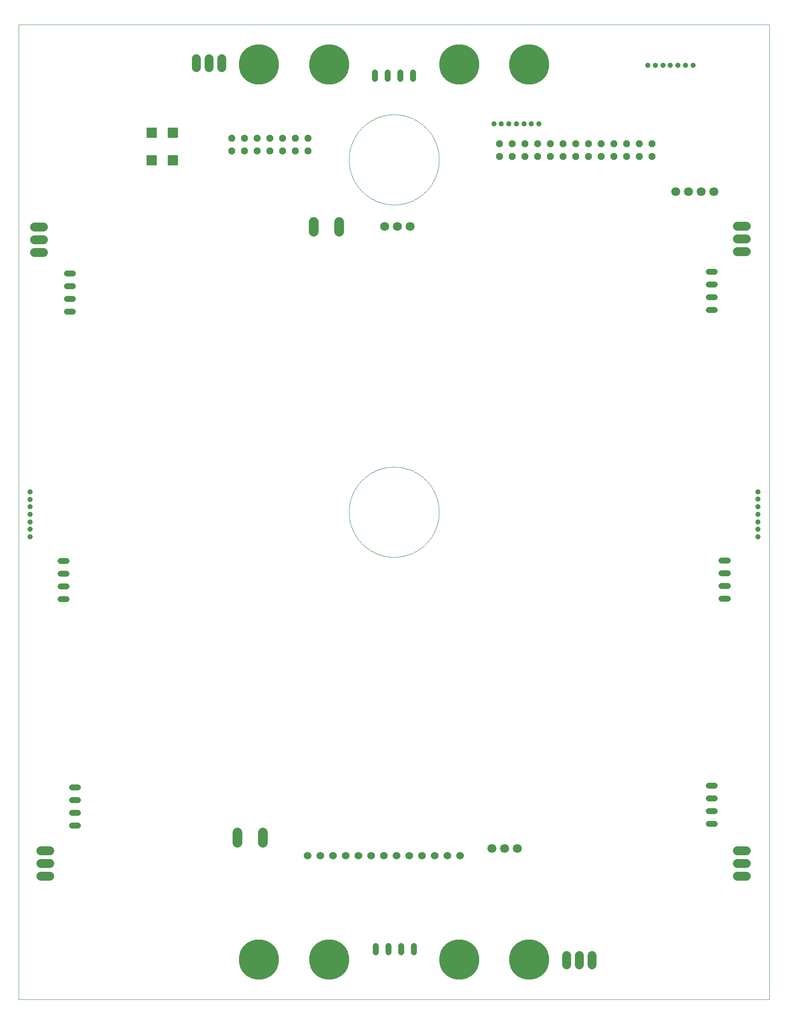
<source format=gbs>
G04 EAGLE Gerber X2 export*
%TF.Part,Single*%
%TF.FileFunction,Other,Solder Mask bottom*%
%TF.FilePolarity,Positive*%
%TF.GenerationSoftware,Autodesk,EAGLE,9.1.1*%
%TF.CreationDate,2018-08-10T14:31:17Z*%
G75*
%MOMM*%
%FSLAX34Y34*%
%LPD*%
%AMOC8*
5,1,8,0,0,1.08239X$1,22.5*%
G01*
%ADD10C,0.001000*%
%ADD11C,1.050000*%
%ADD12C,1.800000*%
%ADD13P,1.484606X8X202.500000*%
%ADD14C,1.800000*%
%ADD15C,1.219200*%
%ADD16R,2.100000X2.100000*%
%ADD17P,1.484606X8X22.500000*%
%ADD18C,1.524000*%
%ADD19C,1.981200*%
%ADD20C,8.000000*%


D10*
X-100000Y0D02*
X1400000Y0D01*
X1400000Y1947239D01*
X-100000Y1947239D01*
X-100000Y0D01*
X560000Y973620D02*
X560027Y975829D01*
X560108Y978036D01*
X560244Y980241D01*
X560433Y982442D01*
X560677Y984637D01*
X560974Y986826D01*
X561325Y989007D01*
X561729Y991178D01*
X562187Y993339D01*
X562697Y995488D01*
X563260Y997624D01*
X563875Y999746D01*
X564542Y1001851D01*
X565261Y1003940D01*
X566031Y1006011D01*
X566851Y1008062D01*
X567721Y1010092D01*
X568641Y1012100D01*
X569610Y1014085D01*
X570627Y1016046D01*
X571692Y1017981D01*
X572804Y1019889D01*
X573963Y1021770D01*
X575168Y1023621D01*
X576417Y1025443D01*
X577711Y1027233D01*
X579049Y1028991D01*
X580429Y1030715D01*
X581851Y1032406D01*
X583314Y1034060D01*
X584818Y1035679D01*
X586360Y1037260D01*
X587941Y1038802D01*
X589560Y1040306D01*
X591214Y1041769D01*
X592905Y1043191D01*
X594629Y1044571D01*
X596387Y1045909D01*
X598177Y1047203D01*
X599999Y1048452D01*
X601850Y1049657D01*
X603731Y1050816D01*
X605639Y1051928D01*
X607574Y1052993D01*
X609535Y1054010D01*
X611520Y1054979D01*
X613528Y1055899D01*
X615558Y1056769D01*
X617609Y1057589D01*
X619680Y1058359D01*
X621769Y1059078D01*
X623874Y1059745D01*
X625996Y1060360D01*
X628132Y1060923D01*
X630281Y1061433D01*
X632442Y1061891D01*
X634613Y1062295D01*
X636794Y1062646D01*
X638983Y1062943D01*
X641178Y1063187D01*
X643379Y1063376D01*
X645584Y1063512D01*
X647791Y1063593D01*
X650000Y1063620D01*
X652209Y1063593D01*
X654416Y1063512D01*
X656621Y1063376D01*
X658822Y1063187D01*
X661017Y1062943D01*
X663206Y1062646D01*
X665387Y1062295D01*
X667558Y1061891D01*
X669719Y1061433D01*
X671868Y1060923D01*
X674004Y1060360D01*
X676126Y1059745D01*
X678231Y1059078D01*
X680320Y1058359D01*
X682391Y1057589D01*
X684442Y1056769D01*
X686472Y1055899D01*
X688480Y1054979D01*
X690465Y1054010D01*
X692426Y1052993D01*
X694361Y1051928D01*
X696269Y1050816D01*
X698150Y1049657D01*
X700001Y1048452D01*
X701823Y1047203D01*
X703613Y1045909D01*
X705371Y1044571D01*
X707095Y1043191D01*
X708786Y1041769D01*
X710440Y1040306D01*
X712059Y1038802D01*
X713640Y1037260D01*
X715182Y1035679D01*
X716686Y1034060D01*
X718149Y1032406D01*
X719571Y1030715D01*
X720951Y1028991D01*
X722289Y1027233D01*
X723583Y1025443D01*
X724832Y1023621D01*
X726037Y1021770D01*
X727196Y1019889D01*
X728308Y1017981D01*
X729373Y1016046D01*
X730390Y1014085D01*
X731359Y1012100D01*
X732279Y1010092D01*
X733149Y1008062D01*
X733969Y1006011D01*
X734739Y1003940D01*
X735458Y1001851D01*
X736125Y999746D01*
X736740Y997624D01*
X737303Y995488D01*
X737813Y993339D01*
X738271Y991178D01*
X738675Y989007D01*
X739026Y986826D01*
X739323Y984637D01*
X739567Y982442D01*
X739756Y980241D01*
X739892Y978036D01*
X739973Y975829D01*
X740000Y973620D01*
X739973Y971411D01*
X739892Y969204D01*
X739756Y966999D01*
X739567Y964798D01*
X739323Y962603D01*
X739026Y960414D01*
X738675Y958233D01*
X738271Y956062D01*
X737813Y953901D01*
X737303Y951752D01*
X736740Y949616D01*
X736125Y947494D01*
X735458Y945389D01*
X734739Y943300D01*
X733969Y941229D01*
X733149Y939178D01*
X732279Y937148D01*
X731359Y935140D01*
X730390Y933155D01*
X729373Y931194D01*
X728308Y929259D01*
X727196Y927351D01*
X726037Y925470D01*
X724832Y923619D01*
X723583Y921797D01*
X722289Y920007D01*
X720951Y918249D01*
X719571Y916525D01*
X718149Y914834D01*
X716686Y913180D01*
X715182Y911561D01*
X713640Y909980D01*
X712059Y908438D01*
X710440Y906934D01*
X708786Y905471D01*
X707095Y904049D01*
X705371Y902669D01*
X703613Y901331D01*
X701823Y900037D01*
X700001Y898788D01*
X698150Y897583D01*
X696269Y896424D01*
X694361Y895312D01*
X692426Y894247D01*
X690465Y893230D01*
X688480Y892261D01*
X686472Y891341D01*
X684442Y890471D01*
X682391Y889651D01*
X680320Y888881D01*
X678231Y888162D01*
X676126Y887495D01*
X674004Y886880D01*
X671868Y886317D01*
X669719Y885807D01*
X667558Y885349D01*
X665387Y884945D01*
X663206Y884594D01*
X661017Y884297D01*
X658822Y884053D01*
X656621Y883864D01*
X654416Y883728D01*
X652209Y883647D01*
X650000Y883620D01*
X647791Y883647D01*
X645584Y883728D01*
X643379Y883864D01*
X641178Y884053D01*
X638983Y884297D01*
X636794Y884594D01*
X634613Y884945D01*
X632442Y885349D01*
X630281Y885807D01*
X628132Y886317D01*
X625996Y886880D01*
X623874Y887495D01*
X621769Y888162D01*
X619680Y888881D01*
X617609Y889651D01*
X615558Y890471D01*
X613528Y891341D01*
X611520Y892261D01*
X609535Y893230D01*
X607574Y894247D01*
X605639Y895312D01*
X603731Y896424D01*
X601850Y897583D01*
X599999Y898788D01*
X598177Y900037D01*
X596387Y901331D01*
X594629Y902669D01*
X592905Y904049D01*
X591214Y905471D01*
X589560Y906934D01*
X587941Y908438D01*
X586360Y909980D01*
X584818Y911561D01*
X583314Y913180D01*
X581851Y914834D01*
X580429Y916525D01*
X579049Y918249D01*
X577711Y920007D01*
X576417Y921797D01*
X575168Y923619D01*
X573963Y925470D01*
X572804Y927351D01*
X571692Y929259D01*
X570627Y931194D01*
X569610Y933155D01*
X568641Y935140D01*
X567721Y937148D01*
X566851Y939178D01*
X566031Y941229D01*
X565261Y943300D01*
X564542Y945389D01*
X563875Y947494D01*
X563260Y949616D01*
X562697Y951752D01*
X562187Y953901D01*
X561729Y956062D01*
X561325Y958233D01*
X560974Y960414D01*
X560677Y962603D01*
X560433Y964798D01*
X560244Y966999D01*
X560108Y969204D01*
X560027Y971411D01*
X560000Y973620D01*
X560000Y1677239D02*
X560027Y1679448D01*
X560108Y1681655D01*
X560244Y1683860D01*
X560433Y1686061D01*
X560677Y1688256D01*
X560974Y1690445D01*
X561325Y1692626D01*
X561729Y1694797D01*
X562187Y1696958D01*
X562697Y1699107D01*
X563260Y1701243D01*
X563875Y1703365D01*
X564542Y1705470D01*
X565261Y1707559D01*
X566031Y1709630D01*
X566851Y1711681D01*
X567721Y1713711D01*
X568641Y1715719D01*
X569610Y1717704D01*
X570627Y1719665D01*
X571692Y1721600D01*
X572804Y1723508D01*
X573963Y1725389D01*
X575168Y1727240D01*
X576417Y1729062D01*
X577711Y1730852D01*
X579049Y1732610D01*
X580429Y1734334D01*
X581851Y1736025D01*
X583314Y1737679D01*
X584818Y1739298D01*
X586360Y1740879D01*
X587941Y1742421D01*
X589560Y1743925D01*
X591214Y1745388D01*
X592905Y1746810D01*
X594629Y1748190D01*
X596387Y1749528D01*
X598177Y1750822D01*
X599999Y1752071D01*
X601850Y1753276D01*
X603731Y1754435D01*
X605639Y1755547D01*
X607574Y1756612D01*
X609535Y1757629D01*
X611520Y1758598D01*
X613528Y1759518D01*
X615558Y1760388D01*
X617609Y1761208D01*
X619680Y1761978D01*
X621769Y1762697D01*
X623874Y1763364D01*
X625996Y1763979D01*
X628132Y1764542D01*
X630281Y1765052D01*
X632442Y1765510D01*
X634613Y1765914D01*
X636794Y1766265D01*
X638983Y1766562D01*
X641178Y1766806D01*
X643379Y1766995D01*
X645584Y1767131D01*
X647791Y1767212D01*
X650000Y1767239D01*
X652209Y1767212D01*
X654416Y1767131D01*
X656621Y1766995D01*
X658822Y1766806D01*
X661017Y1766562D01*
X663206Y1766265D01*
X665387Y1765914D01*
X667558Y1765510D01*
X669719Y1765052D01*
X671868Y1764542D01*
X674004Y1763979D01*
X676126Y1763364D01*
X678231Y1762697D01*
X680320Y1761978D01*
X682391Y1761208D01*
X684442Y1760388D01*
X686472Y1759518D01*
X688480Y1758598D01*
X690465Y1757629D01*
X692426Y1756612D01*
X694361Y1755547D01*
X696269Y1754435D01*
X698150Y1753276D01*
X700001Y1752071D01*
X701823Y1750822D01*
X703613Y1749528D01*
X705371Y1748190D01*
X707095Y1746810D01*
X708786Y1745388D01*
X710440Y1743925D01*
X712059Y1742421D01*
X713640Y1740879D01*
X715182Y1739298D01*
X716686Y1737679D01*
X718149Y1736025D01*
X719571Y1734334D01*
X720951Y1732610D01*
X722289Y1730852D01*
X723583Y1729062D01*
X724832Y1727240D01*
X726037Y1725389D01*
X727196Y1723508D01*
X728308Y1721600D01*
X729373Y1719665D01*
X730390Y1717704D01*
X731359Y1715719D01*
X732279Y1713711D01*
X733149Y1711681D01*
X733969Y1709630D01*
X734739Y1707559D01*
X735458Y1705470D01*
X736125Y1703365D01*
X736740Y1701243D01*
X737303Y1699107D01*
X737813Y1696958D01*
X738271Y1694797D01*
X738675Y1692626D01*
X739026Y1690445D01*
X739323Y1688256D01*
X739567Y1686061D01*
X739756Y1683860D01*
X739892Y1681655D01*
X739973Y1679448D01*
X740000Y1677239D01*
X739973Y1675030D01*
X739892Y1672823D01*
X739756Y1670618D01*
X739567Y1668417D01*
X739323Y1666222D01*
X739026Y1664033D01*
X738675Y1661852D01*
X738271Y1659681D01*
X737813Y1657520D01*
X737303Y1655371D01*
X736740Y1653235D01*
X736125Y1651113D01*
X735458Y1649008D01*
X734739Y1646919D01*
X733969Y1644848D01*
X733149Y1642797D01*
X732279Y1640767D01*
X731359Y1638759D01*
X730390Y1636774D01*
X729373Y1634813D01*
X728308Y1632878D01*
X727196Y1630970D01*
X726037Y1629089D01*
X724832Y1627238D01*
X723583Y1625416D01*
X722289Y1623626D01*
X720951Y1621868D01*
X719571Y1620144D01*
X718149Y1618453D01*
X716686Y1616799D01*
X715182Y1615180D01*
X713640Y1613599D01*
X712059Y1612057D01*
X710440Y1610553D01*
X708786Y1609090D01*
X707095Y1607668D01*
X705371Y1606288D01*
X703613Y1604950D01*
X701823Y1603656D01*
X700001Y1602407D01*
X698150Y1601202D01*
X696269Y1600043D01*
X694361Y1598931D01*
X692426Y1597866D01*
X690465Y1596849D01*
X688480Y1595880D01*
X686472Y1594960D01*
X684442Y1594090D01*
X682391Y1593270D01*
X680320Y1592500D01*
X678231Y1591781D01*
X676126Y1591114D01*
X674004Y1590499D01*
X671868Y1589936D01*
X669719Y1589426D01*
X667558Y1588968D01*
X665387Y1588564D01*
X663206Y1588213D01*
X661017Y1587916D01*
X658822Y1587672D01*
X656621Y1587483D01*
X654416Y1587347D01*
X652209Y1587266D01*
X650000Y1587239D01*
X647791Y1587266D01*
X645584Y1587347D01*
X643379Y1587483D01*
X641178Y1587672D01*
X638983Y1587916D01*
X636794Y1588213D01*
X634613Y1588564D01*
X632442Y1588968D01*
X630281Y1589426D01*
X628132Y1589936D01*
X625996Y1590499D01*
X623874Y1591114D01*
X621769Y1591781D01*
X619680Y1592500D01*
X617609Y1593270D01*
X615558Y1594090D01*
X613528Y1594960D01*
X611520Y1595880D01*
X609535Y1596849D01*
X607574Y1597866D01*
X605639Y1598931D01*
X603731Y1600043D01*
X601850Y1601202D01*
X599999Y1602407D01*
X598177Y1603656D01*
X596387Y1604950D01*
X594629Y1606288D01*
X592905Y1607668D01*
X591214Y1609090D01*
X589560Y1610553D01*
X587941Y1612057D01*
X586360Y1613599D01*
X584818Y1615180D01*
X583314Y1616799D01*
X581851Y1618453D01*
X580429Y1620144D01*
X579049Y1621868D01*
X577711Y1623626D01*
X576417Y1625416D01*
X575168Y1627238D01*
X573963Y1629089D01*
X572804Y1630970D01*
X571692Y1632878D01*
X570627Y1634813D01*
X569610Y1636774D01*
X568641Y1638759D01*
X567721Y1640767D01*
X566851Y1642797D01*
X566031Y1644848D01*
X565261Y1646919D01*
X564542Y1649008D01*
X563875Y1651113D01*
X563260Y1653235D01*
X562697Y1655371D01*
X562187Y1657520D01*
X561729Y1659681D01*
X561325Y1661852D01*
X560974Y1664033D01*
X560677Y1666222D01*
X560433Y1668417D01*
X560244Y1670618D01*
X560108Y1672823D01*
X560027Y1675030D01*
X560000Y1677239D01*
D11*
X849433Y1748547D03*
X864433Y1748547D03*
X879433Y1748547D03*
X894433Y1748547D03*
X909433Y1748547D03*
X924433Y1748547D03*
X939433Y1748547D03*
D12*
X1288721Y1613136D03*
X1263321Y1613136D03*
X1237921Y1613136D03*
X1212521Y1613136D03*
D13*
X1165800Y1709200D03*
X1165800Y1683800D03*
X1140400Y1709200D03*
X1140400Y1683800D03*
X1115000Y1709200D03*
X1115000Y1683800D03*
X1089600Y1709200D03*
X1089600Y1683800D03*
X1064200Y1709200D03*
X1064200Y1683800D03*
X1038800Y1709200D03*
X1038800Y1683800D03*
X1013400Y1709200D03*
X1013400Y1683800D03*
X988000Y1709200D03*
X988000Y1683800D03*
X962600Y1709200D03*
X962600Y1683800D03*
X937200Y1709200D03*
X937200Y1683800D03*
X911800Y1709200D03*
X911800Y1683800D03*
X886400Y1709200D03*
X886400Y1683800D03*
X861000Y1709200D03*
X861000Y1683800D03*
D11*
X-77700Y1014000D03*
X-77700Y999000D03*
X-77700Y984000D03*
X-77700Y969000D03*
X-77700Y954000D03*
X-77700Y939000D03*
X-77700Y924000D03*
X1157300Y1865800D03*
X1172300Y1865800D03*
X1187300Y1865800D03*
X1202300Y1865800D03*
X1217300Y1865800D03*
X1232300Y1865800D03*
X1247300Y1865800D03*
X1377200Y924100D03*
X1377200Y939100D03*
X1377200Y954100D03*
X1377200Y969100D03*
X1377200Y984100D03*
X1377200Y999100D03*
X1377200Y1014100D03*
D14*
X-38500Y247200D02*
X-56500Y247200D01*
X-56500Y272600D02*
X-38500Y272600D01*
X-38500Y298000D02*
X-56500Y298000D01*
X-50927Y1491940D02*
X-68927Y1491940D01*
X-68927Y1517340D02*
X-50927Y1517340D01*
X-50927Y1542740D02*
X-68927Y1542740D01*
X254300Y1861000D02*
X254300Y1879000D01*
X279700Y1879000D02*
X279700Y1861000D01*
X305100Y1861000D02*
X305100Y1879000D01*
X1335500Y1544500D02*
X1353500Y1544500D01*
X1353500Y1519100D02*
X1335500Y1519100D01*
X1335500Y1493700D02*
X1353500Y1493700D01*
X1353500Y298000D02*
X1335500Y298000D01*
X1335500Y272600D02*
X1353500Y272600D01*
X1353500Y247200D02*
X1335500Y247200D01*
X1045400Y88210D02*
X1045400Y70210D01*
X1020000Y70210D02*
X1020000Y88210D01*
X994600Y88210D02*
X994600Y70210D01*
D12*
X631050Y1543500D03*
X656450Y1543500D03*
X681850Y1543500D03*
X895900Y301500D03*
X870500Y301500D03*
X845100Y301500D03*
D15*
X-4204Y799300D02*
X-16396Y799300D01*
X-16396Y824700D02*
X-4204Y824700D01*
X-4204Y850100D02*
X-16396Y850100D01*
X-16396Y875500D02*
X-4204Y875500D01*
X1304704Y876500D02*
X1316896Y876500D01*
X1316896Y851100D02*
X1304704Y851100D01*
X1304704Y825700D02*
X1316896Y825700D01*
X1316896Y800300D02*
X1304704Y800300D01*
X18296Y347700D02*
X6104Y347700D01*
X6104Y373100D02*
X18296Y373100D01*
X18296Y398500D02*
X6104Y398500D01*
X6104Y423900D02*
X18296Y423900D01*
X8296Y1373400D02*
X-3896Y1373400D01*
X-3896Y1398800D02*
X8296Y1398800D01*
X8296Y1424200D02*
X-3896Y1424200D01*
X-3896Y1449600D02*
X8296Y1449600D01*
X611400Y1838704D02*
X611400Y1850896D01*
X636800Y1850896D02*
X636800Y1838704D01*
X662200Y1838704D02*
X662200Y1850896D01*
X687600Y1850896D02*
X687600Y1838704D01*
X1278704Y1452900D02*
X1290896Y1452900D01*
X1290896Y1427500D02*
X1278704Y1427500D01*
X1278704Y1402100D02*
X1290896Y1402100D01*
X1290896Y1376700D02*
X1278704Y1376700D01*
X1278704Y427200D02*
X1290896Y427200D01*
X1290896Y401800D02*
X1278704Y401800D01*
X1278704Y376400D02*
X1290896Y376400D01*
X1290896Y351000D02*
X1278704Y351000D01*
X690000Y106796D02*
X690000Y94604D01*
X664600Y94604D02*
X664600Y106796D01*
X639200Y106796D02*
X639200Y94604D01*
X613800Y94604D02*
X613800Y106796D01*
D16*
X207550Y1675950D03*
X165550Y1675950D03*
X165550Y1730950D03*
X207550Y1730950D03*
D17*
X325300Y1695000D03*
X325300Y1720400D03*
X350700Y1695000D03*
X350700Y1720400D03*
X376100Y1695000D03*
X376100Y1720400D03*
X401500Y1695000D03*
X401500Y1720400D03*
X426900Y1695000D03*
X426900Y1720400D03*
X452300Y1695000D03*
X452300Y1720400D03*
X477700Y1695000D03*
X477700Y1720400D03*
D18*
X477200Y287300D03*
X502600Y287300D03*
X528000Y287300D03*
X553400Y287300D03*
X578800Y287300D03*
X604200Y287300D03*
X629600Y287300D03*
X655000Y287300D03*
X680400Y287300D03*
X705800Y287300D03*
X731200Y287300D03*
X756600Y287300D03*
X782000Y287300D03*
D19*
X336804Y313944D02*
X336804Y333756D01*
X387096Y333756D02*
X387096Y313944D01*
X539496Y1533398D02*
X539496Y1553210D01*
X489204Y1553210D02*
X489204Y1533398D01*
D20*
X780000Y80000D03*
X380000Y80000D03*
X520000Y80000D03*
X920000Y80000D03*
X920000Y1867239D03*
X780000Y1867239D03*
X380000Y1867239D03*
X520000Y1867239D03*
M02*

</source>
